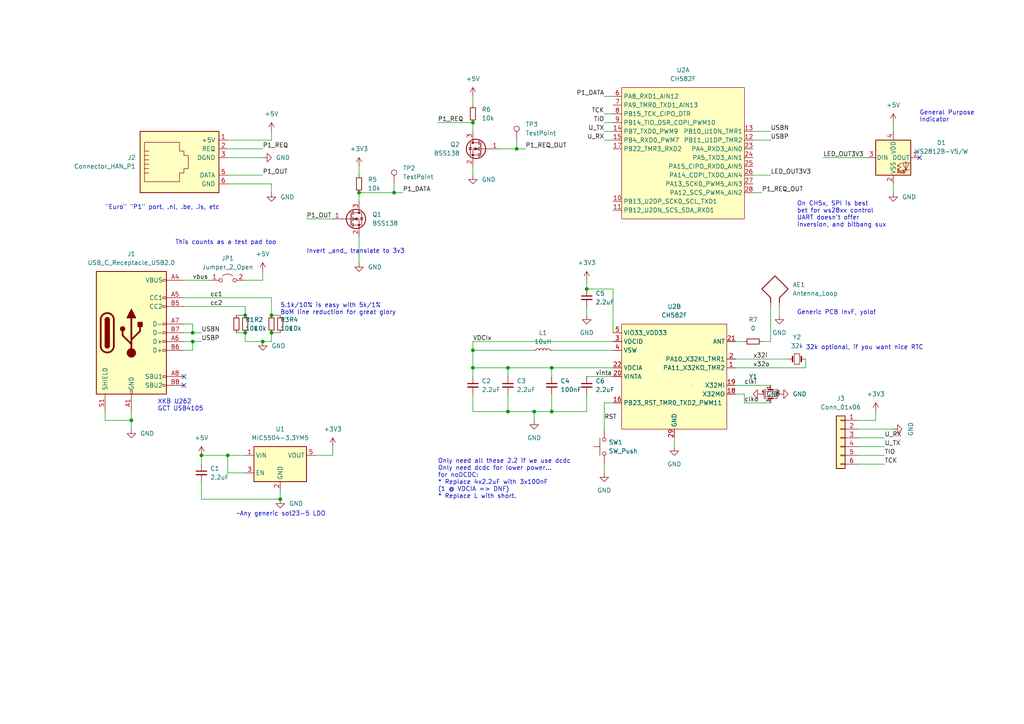
<source format=kicad_sch>
(kicad_sch (version 20211123) (generator eeschema)
  (paper "A4")
  (lib_symbols
    (symbol "Connector:TestPoint" (pin_numbers hide) (pin_names (offset 0.762) hide)
      (property "Reference" "TP" (at 0 6.858 0))
      (property "Value" "TestPoint" (at 0 5.08 0))
      (symbol "TestPoint_0_1"
        (circle (center 0 3.302) (radius 0.762))
      )
      (symbol "TestPoint_1_1"
        (pin passive line (at 0 0 90) (length 2.54) (name "1") (number "1"))
      )
    )
    (symbol "Connector:USB_C_Receptacle_USB2.0" (pin_names (offset 1.016))
      (property "Reference" "J" (at -10.16 19.05 0))
      (property "Value" "USB_C_Receptacle_USB2.0" (at 19.05 19.05 0))
      (symbol "USB_C_Receptacle_USB2.0_0_0"
        (rectangle (start -0.254 -17.78) (end 0.254 -16.764))
        (rectangle (start 10.16 -14.986) (end 9.144 -15.494))
        (rectangle (start 10.16 -12.446) (end 9.144 -12.954))
        (rectangle (start 10.16 -4.826) (end 9.144 -5.334))
        (rectangle (start 10.16 -2.286) (end 9.144 -2.794))
        (rectangle (start 10.16 0.254) (end 9.144 -0.254))
        (rectangle (start 10.16 2.794) (end 9.144 2.286))
        (rectangle (start 10.16 7.874) (end 9.144 7.366))
        (rectangle (start 10.16 10.414) (end 9.144 9.906))
        (rectangle (start 10.16 15.494) (end 9.144 14.986))
      )
      (symbol "USB_C_Receptacle_USB2.0_0_1"
        (rectangle (start -10.16 17.78) (end 10.16 -17.78) (stroke (width 0.254)) (fill (type background)))
        (arc (start -8.89 -3.81) (mid -6.985 -5.715) (end -5.08 -3.81) (stroke (width 0.508)))
        (arc (start -7.62 -3.81) (mid -6.985 -4.445) (end -6.35 -3.81) (stroke (width 0.254)))
        (arc (start -7.62 -3.81) (mid -6.985 -4.445) (end -6.35 -3.81) (stroke (width 0.254)) (fill (type outline)))
        (rectangle (start -7.62 -3.81) (end -6.35 3.81) (stroke (width 0.254)) (fill (type outline)))
        (arc (start -6.35 3.81) (mid -6.985 4.445) (end -7.62 3.81) (stroke (width 0.254)))
        (arc (start -6.35 3.81) (mid -6.985 4.445) (end -7.62 3.81) (stroke (width 0.254)) (fill (type outline)))
        (arc (start -5.08 3.81) (mid -6.985 5.715) (end -8.89 3.81) (stroke (width 0.508)))
        (circle (center -2.54 1.143) (radius 0.635) (stroke (width 0.254)) (fill (type outline)))
        (circle (center 0 -5.842) (radius 1.27) (fill (type outline)))
        (polyline (pts (xy -8.89 -3.81) (xy -8.89 3.81)) (stroke (width 0.508)))
        (polyline (pts (xy -5.08 3.81) (xy -5.08 -3.81)) (stroke (width 0.508)))
        (polyline (pts (xy 0 -5.842) (xy 0 4.318)) (stroke (width 0.508)))
        (polyline (pts (xy 0 -3.302) (xy -2.54 -0.762) (xy -2.54 0.508)) (stroke (width 0.508)))
        (polyline (pts (xy 0 -2.032) (xy 2.54 0.508) (xy 2.54 1.778)) (stroke (width 0.508)))
        (polyline (pts (xy -1.27 4.318) (xy 0 6.858) (xy 1.27 4.318) (xy -1.27 4.318)) (stroke (width 0.254)) (fill (type outline)))
        (rectangle (start 1.905 1.778) (end 3.175 3.048) (stroke (width 0.254)) (fill (type outline)))
      )
      (symbol "USB_C_Receptacle_USB2.0_1_1"
        (pin passive line (at 0 -22.86 90) (length 5.08) (name "GND") (number "A1"))
        (pin passive line (at 0 -22.86 90) (length 5.08) hide (name "GND") (number "A12"))
        (pin passive line (at 15.24 15.24 180) (length 5.08) (name "VBUS") (number "A4"))
        (pin bidirectional line (at 15.24 10.16 180) (length 5.08) (name "CC1") (number "A5"))
        (pin bidirectional line (at 15.24 -2.54 180) (length 5.08) (name "D+") (number "A6"))
        (pin bidirectional line (at 15.24 2.54 180) (length 5.08) (name "D-") (number "A7"))
        (pin bidirectional line (at 15.24 -12.7 180) (length 5.08) (name "SBU1") (number "A8"))
        (pin passive line (at 15.24 15.24 180) (length 5.08) hide (name "VBUS") (number "A9"))
        (pin passive line (at 0 -22.86 90) (length 5.08) hide (name "GND") (number "B1"))
        (pin passive line (at 0 -22.86 90) (length 5.08) hide (name "GND") (number "B12"))
        (pin passive line (at 15.24 15.24 180) (length 5.08) hide (name "VBUS") (number "B4"))
        (pin bidirectional line (at 15.24 7.62 180) (length 5.08) (name "CC2") (number "B5"))
        (pin bidirectional line (at 15.24 -5.08 180) (length 5.08) (name "D+") (number "B6"))
        (pin bidirectional line (at 15.24 0 180) (length 5.08) (name "D-") (number "B7"))
        (pin bidirectional line (at 15.24 -15.24 180) (length 5.08) (name "SBU2") (number "B8"))
        (pin passive line (at 15.24 15.24 180) (length 5.08) hide (name "VBUS") (number "B9"))
        (pin passive line (at -7.62 -22.86 90) (length 5.08) (name "SHIELD") (number "S1"))
      )
    )
    (symbol "Connector_Generic:Conn_01x06" (pin_names (offset 1.016) hide)
      (property "Reference" "J" (at 0 7.62 0))
      (property "Value" "Conn_01x06" (at 0 -10.16 0))
      (symbol "Conn_01x06_1_1"
        (rectangle (start -1.27 -7.493) (end 0 -7.747) (stroke (width 0.1524)))
        (rectangle (start -1.27 -4.953) (end 0 -5.207) (stroke (width 0.1524)))
        (rectangle (start -1.27 -2.413) (end 0 -2.667) (stroke (width 0.1524)))
        (rectangle (start -1.27 0.127) (end 0 -0.127) (stroke (width 0.1524)))
        (rectangle (start -1.27 2.667) (end 0 2.413) (stroke (width 0.1524)))
        (rectangle (start -1.27 5.207) (end 0 4.953) (stroke (width 0.1524)))
        (rectangle (start -1.27 6.35) (end 1.27 -8.89) (stroke (width 0.254)) (fill (type background)))
        (pin passive line (at -5.08 5.08 0) (length 3.81) (name "Pin_1") (number "1"))
        (pin passive line (at -5.08 2.54 0) (length 3.81) (name "Pin_2") (number "2"))
        (pin passive line (at -5.08 0 0) (length 3.81) (name "Pin_3") (number "3"))
        (pin passive line (at -5.08 -2.54 0) (length 3.81) (name "Pin_4") (number "4"))
        (pin passive line (at -5.08 -5.08 0) (length 3.81) (name "Pin_5") (number "5"))
        (pin passive line (at -5.08 -7.62 0) (length 3.81) (name "Pin_6") (number "6"))
      )
    )
    (symbol "Device:Antenna_Loop" (pin_numbers hide) (pin_names (offset 1.016) hide)
      (property "Reference" "AE" (at 1.27 6.35 0))
      (property "Value" "Antenna_Loop" (at 1.27 5.08 0))
      (symbol "Antenna_Loop_0_1"
        (polyline (pts (xy 2.54 -3.81) (xy 2.54 -2.54) (xy 5.08 0) (xy 1.27 3.81) (xy -2.54 0) (xy 0 -2.54) (xy 0 -3.81)) (stroke (width 0.254)))
      )
      (symbol "Antenna_Loop_1_1"
        (pin input line (at 0 -5.08 90) (length 2.54) (name "~") (number "1"))
        (pin input line (at 2.54 -5.08 90) (length 2.54) (name "~") (number "2"))
      )
    )
    (symbol "Device:C_Small" (pin_numbers hide) (pin_names (offset 0.254) hide)
      (property "Reference" "C" (at 0.254 1.778 0))
      (property "Value" "C_Small" (at 0.254 -2.032 0))
      (symbol "C_Small_0_1"
        (polyline (pts (xy -1.524 -0.508) (xy 1.524 -0.508)) (stroke (width 0.3302)))
        (polyline (pts (xy -1.524 0.508) (xy 1.524 0.508)) (stroke (width 0.3048)))
      )
      (symbol "C_Small_1_1"
        (pin passive line (at 0 2.54 270) (length 2.032) (name "~") (number "1"))
        (pin passive line (at 0 -2.54 90) (length 2.032) (name "~") (number "2"))
      )
    )
    (symbol "Device:Crystal_GND24_Small" (pin_names (offset 1.016) hide)
      (property "Reference" "Y" (at 1.27 4.445 0))
      (property "Value" "Crystal_GND24_Small" (at 1.27 2.54 0))
      (symbol "Crystal_GND24_Small_0_1"
        (rectangle (start -0.762 -1.524) (end 0.762 1.524))
        (polyline (pts (xy -1.27 -0.762) (xy -1.27 0.762)) (stroke (width 0.381)))
        (polyline (pts (xy 1.27 -0.762) (xy 1.27 0.762)) (stroke (width 0.381)))
        (polyline (pts (xy -1.27 -1.27) (xy -1.27 -1.905) (xy 1.27 -1.905) (xy 1.27 -1.27)))
        (polyline (pts (xy -1.27 1.27) (xy -1.27 1.905) (xy 1.27 1.905) (xy 1.27 1.27)))
      )
      (symbol "Crystal_GND24_Small_1_1"
        (pin passive line (at -2.54 0 0) (length 1.27) (name "1") (number "1"))
        (pin passive line (at 0 -2.54 90) (length 0.635) (name "2") (number "2"))
        (pin passive line (at 2.54 0 180) (length 1.27) (name "3") (number "3"))
        (pin passive line (at 0 2.54 270) (length 0.635) (name "4") (number "4"))
      )
    )
    (symbol "Device:Crystal_Small" (pin_numbers hide) (pin_names (offset 1.016) hide)
      (property "Reference" "Y" (at 0 2.54 0))
      (property "Value" "Crystal_Small" (at 0 -2.54 0))
      (symbol "Crystal_Small_0_1"
        (rectangle (start -0.762 -1.524) (end 0.762 1.524))
        (polyline (pts (xy -1.27 -0.762) (xy -1.27 0.762)) (stroke (width 0.381)))
        (polyline (pts (xy 1.27 -0.762) (xy 1.27 0.762)) (stroke (width 0.381)))
      )
      (symbol "Crystal_Small_1_1"
        (pin passive line (at -2.54 0 0) (length 1.27) (name "1") (number "1"))
        (pin passive line (at 2.54 0 180) (length 1.27) (name "2") (number "2"))
      )
    )
    (symbol "Device:L_Small" (pin_numbers hide) (pin_names (offset 0.254) hide)
      (property "Reference" "L" (at 0.762 1.016 0))
      (property "Value" "L_Small" (at 0.762 -1.016 0))
      (symbol "L_Small_0_1"
        (arc (start 0 -2.032) (mid 0.508 -1.524) (end 0 -1.016))
        (arc (start 0 -1.016) (mid 0.508 -0.508) (end 0 0))
        (arc (start 0 0) (mid 0.508 0.508) (end 0 1.016))
        (arc (start 0 1.016) (mid 0.508 1.524) (end 0 2.032))
      )
      (symbol "L_Small_1_1"
        (pin passive line (at 0 2.54 270) (length 0.508) (name "~") (number "1"))
        (pin passive line (at 0 -2.54 90) (length 0.508) (name "~") (number "2"))
      )
    )
    (symbol "Device:R_Small" (pin_numbers hide) (pin_names (offset 0.254) hide)
      (property "Reference" "R" (at 0.762 0.508 0))
      (property "Value" "R_Small" (at 0.762 -1.016 0))
      (symbol "R_Small_0_1"
        (rectangle (start -0.762 1.778) (end 0.762 -1.778) (stroke (width 0.2032)))
      )
      (symbol "R_Small_1_1"
        (pin passive line (at 0 2.54 270) (length 0.762) (name "~") (number "1"))
        (pin passive line (at 0 -2.54 90) (length 0.762) (name "~") (number "2"))
      )
    )
    (symbol "Jumper:Jumper_2_Open" (pin_names (offset 0) hide)
      (property "Reference" "JP" (at 0 2.794 0))
      (property "Value" "Jumper_2_Open" (at 0 -2.286 0))
      (symbol "Jumper_2_Open_0_0"
        (circle (center -2.032 0) (radius 0.508))
        (circle (center 2.032 0) (radius 0.508))
      )
      (symbol "Jumper_2_Open_0_1"
        (arc (start 1.524 1.27) (mid 0 1.778) (end -1.524 1.27))
      )
      (symbol "Jumper_2_Open_1_1"
        (pin passive line (at -5.08 0 0) (length 2.54) (name "A") (number "1"))
        (pin passive line (at 5.08 0 180) (length 2.54) (name "B") (number "2"))
      )
    )
    (symbol "LED:SK6812MINI" (pin_names (offset 0.254))
      (property "Reference" "D" (at 5.08 5.715 0))
      (property "Value" "SK6812MINI" (at 1.27 -5.715 0))
      (symbol "SK6812MINI_0_0"
        (text "RGB" (at 2.286 -4.191 0) (effects (font (size 0.762 0.762))))
      )
      (symbol "SK6812MINI_0_1"
        (polyline (pts (xy 1.27 -3.556) (xy 1.778 -3.556)))
        (polyline (pts (xy 1.27 -2.54) (xy 1.778 -2.54)))
        (polyline (pts (xy 4.699 -3.556) (xy 2.667 -3.556)))
        (polyline (pts (xy 2.286 -2.54) (xy 1.27 -3.556) (xy 1.27 -3.048)))
        (polyline (pts (xy 2.286 -1.524) (xy 1.27 -2.54) (xy 1.27 -2.032)))
        (polyline (pts (xy 3.683 -1.016) (xy 3.683 -3.556) (xy 3.683 -4.064)))
        (polyline (pts (xy 4.699 -1.524) (xy 2.667 -1.524) (xy 3.683 -3.556) (xy 4.699 -1.524)))
        (rectangle (start 5.08 5.08) (end -5.08 -5.08) (stroke (width 0.254)) (fill (type background)))
      )
      (symbol "SK6812MINI_1_1"
        (pin output line (at 7.62 0 180) (length 2.54) (name "DOUT") (number "1"))
        (pin power_in line (at 0 -7.62 90) (length 2.54) (name "VSS") (number "2"))
        (pin input line (at -7.62 0 0) (length 2.54) (name "DIN") (number "3"))
        (pin power_in line (at 0 7.62 270) (length 2.54) (name "VDD") (number "4"))
      )
    )
    (symbol "Regulator_Linear:MIC5504-3.3YM5"
      (property "Reference" "U" (at -7.62 8.89 0))
      (property "Value" "MIC5504-3.3YM5" (at -7.62 6.35 0))
      (symbol "MIC5504-3.3YM5_0_1"
        (rectangle (start -7.62 -5.08) (end 7.62 5.08) (stroke (width 0.254)) (fill (type background)))
      )
      (symbol "MIC5504-3.3YM5_1_1"
        (pin power_in line (at -10.16 2.54 0) (length 2.54) (name "VIN") (number "1"))
        (pin power_in line (at 0 -7.62 90) (length 2.54) (name "GND") (number "2"))
        (pin input line (at -10.16 -2.54 0) (length 2.54) (name "EN") (number "3"))
        (pin no_connect line (at 7.62 -2.54 180) (length 2.54) hide (name "NC") (number "4"))
        (pin power_out line (at 10.16 2.54 180) (length 2.54) (name "VOUT") (number "5"))
      )
    )
    (symbol "Switch:SW_Push" (pin_numbers hide) (pin_names (offset 1.016) hide)
      (property "Reference" "SW" (at 1.27 2.54 0))
      (property "Value" "SW_Push" (at 0 -1.524 0))
      (symbol "SW_Push_0_1"
        (circle (center -2.032 0) (radius 0.508))
        (polyline (pts (xy 0 1.27) (xy 0 3.048)))
        (polyline (pts (xy 2.54 1.27) (xy -2.54 1.27)))
        (circle (center 2.032 0) (radius 0.508))
        (pin passive line (at -5.08 0 0) (length 2.54) (name "1") (number "1"))
        (pin passive line (at 5.08 0 180) (length 2.54) (name "2") (number "2"))
      )
    )
    (symbol "Transistor_FET:BSS138" (pin_names hide)
      (property "Reference" "Q" (at 5.08 1.905 0))
      (property "Value" "BSS138" (at 5.08 0 0))
      (symbol "BSS138_0_1"
        (polyline (pts (xy 0.254 0) (xy -2.54 0)))
        (polyline (pts (xy 0.254 1.905) (xy 0.254 -1.905)) (stroke (width 0.254)))
        (polyline (pts (xy 0.762 -1.27) (xy 0.762 -2.286)) (stroke (width 0.254)))
        (polyline (pts (xy 0.762 0.508) (xy 0.762 -0.508)) (stroke (width 0.254)))
        (polyline (pts (xy 0.762 2.286) (xy 0.762 1.27)) (stroke (width 0.254)))
        (polyline (pts (xy 2.54 2.54) (xy 2.54 1.778)))
        (polyline (pts (xy 2.54 -2.54) (xy 2.54 0) (xy 0.762 0)))
        (polyline (pts (xy 0.762 -1.778) (xy 3.302 -1.778) (xy 3.302 1.778) (xy 0.762 1.778)))
        (polyline (pts (xy 1.016 0) (xy 2.032 0.381) (xy 2.032 -0.381) (xy 1.016 0)) (fill (type outline)))
        (polyline (pts (xy 2.794 0.508) (xy 2.921 0.381) (xy 3.683 0.381) (xy 3.81 0.254)))
        (polyline (pts (xy 3.302 0.381) (xy 2.921 -0.254) (xy 3.683 -0.254) (xy 3.302 0.381)))
        (circle (center 1.651 0) (radius 2.794) (stroke (width 0.254)))
        (circle (center 2.54 -1.778) (radius 0.254) (fill (type outline)))
        (circle (center 2.54 1.778) (radius 0.254) (fill (type outline)))
      )
      (symbol "BSS138_1_1"
        (pin input line (at -5.08 0 0) (length 2.54) (name "G") (number "1"))
        (pin passive line (at 2.54 -5.08 90) (length 2.54) (name "S") (number "2"))
        (pin passive line (at 2.54 5.08 270) (length 2.54) (name "D") (number "3"))
      )
    )
    (symbol "karl-parts:Connector_HAN_P1" (pin_names (offset 1.016))
      (property "Reference" "J1" (at -8.89 0.0001 0))
      (property "Value" "Connector_HAN_P1" (at -8.89 -2.5399 0))
      (symbol "Connector_HAN_P1_0_1"
        (rectangle (start -7.62 10.16) (end 15.24 -7.62) (stroke (width 0.254)) (fill (type background)))
        (polyline (pts (xy -6.35 -1.905) (xy -5.08 -1.905) (xy -5.08 -1.905)))
        (polyline (pts (xy -6.35 -0.635) (xy -5.08 -0.635) (xy -5.08 -0.635)))
        (polyline (pts (xy -6.35 0.635) (xy -5.08 0.635) (xy -5.08 0.635)))
        (polyline (pts (xy -6.35 1.905) (xy -5.08 1.905) (xy -5.08 1.905)))
        (polyline (pts (xy -6.35 3.175) (xy -5.08 3.175) (xy -5.08 3.175)))
        (polyline (pts (xy -5.08 4.445) (xy -6.35 4.445) (xy -6.35 4.445)))
        (polyline (pts (xy -6.35 -4.445) (xy -6.35 6.985) (xy 3.81 6.985) (xy 3.81 4.445) (xy 5.08 4.445) (xy 5.08 3.175) (xy 6.35 3.175) (xy 6.35 -0.635) (xy 5.08 -0.635) (xy 5.08 -1.905) (xy 3.81 -1.905) (xy 3.81 -4.445) (xy -6.35 -4.445) (xy -6.35 -4.445)))
      )
      (symbol "Connector_HAN_P1_1_1"
        (pin power_out line (at 17.78 -5.08 180) (length 2.54) (name "+5V") (number "1"))
        (pin input line (at 17.78 -2.54 180) (length 2.54) (name "REQ") (number "2"))
        (pin passive line (at 17.78 0 180) (length 2.54) (name "DGND") (number "3"))
        (pin no_connect line (at 17.78 2.54 180) (length 2.54) hide (name "~") (number "4"))
        (pin output line (at 17.78 5.08 180) (length 2.54) (name "DATA") (number "5"))
        (pin power_out line (at 17.78 7.62 180) (length 2.54) (name "GND") (number "6"))
      )
    )
    (symbol "power:+3V3" (power) (pin_names (offset 0))
      (property "Value" "+3V3" (at 0 3.556 0))
      (symbol "+3V3_0_1"
        (polyline (pts (xy -0.762 1.27) (xy 0 2.54)))
        (polyline (pts (xy 0 0) (xy 0 2.54)))
        (polyline (pts (xy 0 2.54) (xy 0.762 1.27)))
      )
      (symbol "+3V3_1_1"
        (pin power_in line (at 0 0 90) (length 0) hide (name "+3V3") (number "1"))
      )
    )
    (symbol "power:+5V" (power) (pin_names (offset 0))
      (property "Value" "+5V" (at 0 3.556 0))
      (symbol "+5V_0_1"
        (polyline (pts (xy -0.762 1.27) (xy 0 2.54)))
        (polyline (pts (xy 0 0) (xy 0 2.54)))
        (polyline (pts (xy 0 2.54) (xy 0.762 1.27)))
      )
      (symbol "+5V_1_1"
        (pin power_in line (at 0 0 90) (length 0) hide (name "+5V") (number "1"))
      )
    )
    (symbol "power:GND" (power) (pin_names (offset 0))
      (property "Value" "GND" (at 0 -3.81 0))
      (symbol "GND_0_1"
        (polyline (pts (xy 0 0) (xy 0 -1.27) (xy 1.27 -1.27) (xy 0 -2.54) (xy -1.27 -1.27) (xy 0 -1.27)))
      )
      (symbol "GND_1_1"
        (pin power_in line (at 0 0 270) (length 0) hide (name "GND") (number "1"))
      )
    )
    (symbol "wch-bluetooth:CH582F"
      (property "Reference" "U" (at -15.24 15.24 0))
      (property "Value" "CH582F" (at 7.62 15.24 0))
      (symbol "CH582F_1_0"
        (pin bidirectional line (at -20.32 -20.32 0) (length 2.54) (name "PB13_U2DP_SCK0_SCL_TXD1") (number "10"))
        (pin bidirectional line (at -20.32 -22.86 0) (length 2.54) (name "PB12_U2DN_SCS_SDA_RXD1") (number "11"))
        (pin bidirectional line (at 20.32 -2.54 180) (length 2.54) (name "PB11_U1DP_TMR2") (number "12"))
        (pin bidirectional line (at 20.32 0 180) (length 2.54) (name "PB10_U1DN_TMR1") (number "13"))
        (pin bidirectional line (at -20.32 0 0) (length 2.54) (name "PB7_TXD0_PWM9") (number "14"))
        (pin bidirectional line (at -20.32 -2.54 0) (length 2.54) (name "PB4_RXD0_PWM7") (number "15"))
        (pin bidirectional line (at -20.32 -5.08 0) (length 2.54) (name "PB22_TMR3_RXD2") (number "17"))
        (pin bidirectional line (at 20.32 -5.08 180) (length 2.54) (name "PA4_RXD3_AIN0") (number "23"))
        (pin bidirectional line (at 20.32 -7.62 180) (length 2.54) (name "PA5_TXD3_AIN1") (number "24"))
        (pin bidirectional line (at 20.32 -10.16 180) (length 2.54) (name "PA15_CIPO_RXD0_AIN5") (number "25"))
        (pin bidirectional line (at 20.32 -12.7 180) (length 2.54) (name "PA14_COPI_TXDO_AIN4") (number "26"))
        (pin bidirectional line (at 20.32 -15.24 180) (length 2.54) (name "PA13_SCK0_PWM5_AIN3") (number "27"))
        (pin bidirectional line (at 20.32 -17.78 180) (length 2.54) (name "PA12_SCS_PWM4_AIN2") (number "28"))
        (pin bidirectional line (at -20.32 10.16 0) (length 2.54) (name "PA8_RXD1_AIN12") (number "6"))
        (pin bidirectional line (at -20.32 7.62 0) (length 2.54) (name "PA9_TMR0_TXD1_AIN13") (number "7"))
        (pin bidirectional line (at -20.32 5.08 0) (length 2.54) (name "PB15_TCK_CIPO_DTR") (number "8"))
        (pin bidirectional line (at -20.32 2.54 0) (length 2.54) (name "PB14_TIO_DSR_COPI_PWM10") (number "9"))
      )
      (symbol "CH582F_1_1"
        (rectangle (start -17.78 12.7) (end 17.78 -25.4) (stroke (width 0.1524)) (fill (type background)))
        (rectangle (start 5.08 -5.08) (end 5.08 -5.08) (stroke (width 0.1524)))
        (rectangle (start 5.08 -5.08) (end 5.08 -5.08) (stroke (width 0.1524)))
        (rectangle (start 5.08 -5.08) (end 5.08 -5.08) (stroke (width 0.1524)))
        (rectangle (start 5.08 -5.08) (end 5.08 -5.08) (stroke (width 0.1524)))
      )
      (symbol "CH582F_2_0"
        (pin bidirectional line (at 17.78 0 180) (length 2.54) (name "PA11_X32KO_TMR2") (number "1"))
        (pin bidirectional line (at -17.78 -10.16 0) (length 2.54) (name "PB23_RST_TMR0_TXD2_PWM11") (number "16"))
        (pin bidirectional line (at 17.78 -7.62 180) (length 2.54) (name "X32MO") (number "18"))
        (pin bidirectional line (at 17.78 -5.08 180) (length 2.54) (name "X32MI") (number "19"))
        (pin bidirectional line (at 17.78 2.54 180) (length 2.54) (name "PA10_X32KI_TMR1") (number "2"))
        (pin bidirectional line (at -17.78 -2.54 0) (length 2.54) (name "VINTA") (number "20"))
        (pin bidirectional line (at 17.78 7.62 180) (length 2.54) (name "ANT") (number "21"))
        (pin bidirectional line (at -17.78 0 0) (length 2.54) (name "VDCIA") (number "22"))
        (pin power_in line (at 0 -20.32 90) (length 2.54) (name "GND") (number "29"))
        (pin bidirectional line (at -17.78 7.62 0) (length 2.54) (name "VDCID") (number "3"))
        (pin bidirectional line (at -17.78 5.08 0) (length 2.54) (name "VSW") (number "4"))
        (pin bidirectional line (at -17.78 10.16 0) (length 2.54) (name "VIO33_VDD33") (number "5"))
      )
      (symbol "CH582F_2_1"
        (rectangle (start -15.24 12.7) (end 15.24 -17.78) (stroke (width 0.1524)) (fill (type background)))
        (rectangle (start 5.08 -5.08) (end 5.08 -5.08) (stroke (width 0.1524)))
        (rectangle (start 5.08 -5.08) (end 5.08 -5.08) (stroke (width 0.1524)))
      )
    )
  )
  (junction (at 55.88 96.52))
  (junction (at 71.12 96.52))
  (junction (at 78.74 91.44))
  (junction (at 137.16 106.68))
  (junction (at 147.32 106.68))
  (junction (at 160.02 119.38))
  (junction (at 71.12 91.44))
  (junction (at 154.94 119.38))
  (junction (at 149.86 43.18))
  (junction (at 55.88 99.06))
  (junction (at 58.42 132.08))
  (junction (at 114.3 55.88))
  (junction (at 137.16 35.56))
  (junction (at 66.04 132.08))
  (junction (at 81.28 144.78))
  (junction (at 170.18 83.82))
  (junction (at 147.32 119.38))
  (junction (at 78.74 96.52))
  (junction (at 104.14 55.88))
  (junction (at 38.1 121.92))
  (junction (at 160.02 106.68))
  (junction (at 76.2 99.06))
  (junction (at 137.16 101.6))
  (no_connect (at 266.7 45.72))
  (no_connect (at 53.34 111.76))
  (no_connect (at 53.34 109.22))
  (wire (pts (xy 147.32 119.38) (xy 154.94 119.38)))
  (wire (pts (xy 78.74 96.52) (xy 78.74 99.06)))
  (wire (pts (xy 96.52 132.08) (xy 96.52 129.54)))
  (wire (pts (xy 160.02 119.38) (xy 154.94 119.38)))
  (wire (pts (xy 104.14 55.88) (xy 114.3 55.88)))
  (wire (pts (xy 175.26 116.84) (xy 175.26 124.46)))
  (wire (pts (xy 104.14 48.26) (xy 104.14 50.8)))
  (wire (pts (xy 177.8 27.94) (xy 175.26 27.94)))
  (wire (pts (xy 58.42 144.78) (xy 81.28 144.78)))
  (wire (pts (xy 160.02 114.3) (xy 160.02 119.38)))
  (wire (pts (xy 248.92 127) (xy 256.54 127)))
  (wire (pts (xy 76.2 99.06) (xy 78.74 99.06)))
  (wire (pts (xy 170.18 109.22) (xy 177.8 109.22)))
  (wire (pts (xy 137.16 119.38) (xy 147.32 119.38)))
  (wire (pts (xy 248.92 121.92) (xy 254 121.92)))
  (wire (pts (xy 53.34 96.52) (xy 55.88 96.52)))
  (wire (pts (xy 38.1 121.92) (xy 38.1 124.46)))
  (wire (pts (xy 137.16 35.56) (xy 137.16 38.1)))
  (wire (pts (xy 137.16 106.68) (xy 137.16 109.22)))
  (wire (pts (xy 175.26 33.02) (xy 177.8 33.02)))
  (wire (pts (xy 248.92 134.62) (xy 256.54 134.62)))
  (wire (pts (xy 71.12 96.52) (xy 71.12 99.06)))
  (wire (pts (xy 66.04 53.34) (xy 78.74 53.34)))
  (wire (pts (xy 177.8 116.84) (xy 175.26 116.84)))
  (wire (pts (xy 53.34 88.9) (xy 71.12 88.9)))
  (wire (pts (xy 213.36 106.68) (xy 233.68 106.68)))
  (wire (pts (xy 88.9 63.5) (xy 96.52 63.5)))
  (wire (pts (xy 175.26 134.62) (xy 175.26 137.16)))
  (wire (pts (xy 170.18 83.82) (xy 170.18 81.28)))
  (wire (pts (xy 137.16 99.06) (xy 137.16 101.6)))
  (wire (pts (xy 195.58 127) (xy 195.58 129.54)))
  (wire (pts (xy 137.16 101.6) (xy 154.94 101.6)))
  (wire (pts (xy 78.74 96.52) (xy 81.28 96.52)))
  (wire (pts (xy 78.74 55.88) (xy 78.74 53.34)))
  (wire (pts (xy 154.94 119.38) (xy 154.94 121.92)))
  (wire (pts (xy 68.58 96.52) (xy 71.12 96.52)))
  (wire (pts (xy 144.78 43.18) (xy 149.86 43.18)))
  (wire (pts (xy 71.12 132.08) (xy 66.04 132.08)))
  (wire (pts (xy 68.58 91.44) (xy 71.12 91.44)))
  (wire (pts (xy 104.14 68.58) (xy 104.14 76.2)))
  (wire (pts (xy 170.18 114.3) (xy 170.18 119.38)))
  (wire (pts (xy 66.04 40.64) (xy 78.74 40.64)))
  (wire (pts (xy 137.16 27.94) (xy 137.16 30.48)))
  (wire (pts (xy 66.04 137.16) (xy 66.04 132.08)))
  (wire (pts (xy 218.44 40.64) (xy 223.52 40.64)))
  (wire (pts (xy 220.98 55.88) (xy 218.44 55.88)))
  (wire (pts (xy 147.32 114.3) (xy 147.32 119.38)))
  (wire (pts (xy 137.16 114.3) (xy 137.16 119.38)))
  (wire (pts (xy 114.3 53.34) (xy 114.3 55.88)))
  (wire (pts (xy 223.52 88.9) (xy 223.52 99.06)))
  (wire (pts (xy 218.44 50.8) (xy 223.52 50.8)))
  (wire (pts (xy 55.88 101.6) (xy 55.88 99.06)))
  (wire (pts (xy 137.16 106.68) (xy 147.32 106.68)))
  (wire (pts (xy 137.16 48.26) (xy 137.16 50.8)))
  (wire (pts (xy 71.12 99.06) (xy 76.2 99.06)))
  (wire (pts (xy 175.26 35.56) (xy 177.8 35.56)))
  (wire (pts (xy 137.16 101.6) (xy 137.16 106.68)))
  (wire (pts (xy 71.12 88.9) (xy 71.12 91.44)))
  (wire (pts (xy 218.44 38.1) (xy 223.52 38.1)))
  (wire (pts (xy 58.42 139.7) (xy 58.42 144.78)))
  (wire (pts (xy 147.32 106.68) (xy 147.32 109.22)))
  (wire (pts (xy 160.02 106.68) (xy 160.02 109.22)))
  (wire (pts (xy 91.44 132.08) (xy 96.52 132.08)))
  (wire (pts (xy 177.8 40.64) (xy 175.26 40.64)))
  (wire (pts (xy 38.1 121.92) (xy 38.1 119.38)))
  (wire (pts (xy 177.8 96.52) (xy 177.8 83.82)))
  (wire (pts (xy 223.52 99.06) (xy 220.98 99.06)))
  (wire (pts (xy 78.74 91.44) (xy 81.28 91.44)))
  (wire (pts (xy 71.12 137.16) (xy 66.04 137.16)))
  (wire (pts (xy 71.12 81.28) (xy 76.2 81.28)))
  (wire (pts (xy 66.04 50.8) (xy 76.2 50.8)))
  (wire (pts (xy 53.34 99.06) (xy 55.88 99.06)))
  (wire (pts (xy 137.16 99.06) (xy 177.8 99.06)))
  (wire (pts (xy 254 121.92) (xy 254 119.38)))
  (wire (pts (xy 114.3 55.88) (xy 116.84 55.88)))
  (wire (pts (xy 170.18 88.9) (xy 170.18 91.44)))
  (wire (pts (xy 76.2 81.28) (xy 76.2 78.74)))
  (wire (pts (xy 55.88 93.98) (xy 55.88 96.52)))
  (wire (pts (xy 248.92 132.08) (xy 256.54 132.08)))
  (wire (pts (xy 160.02 101.6) (xy 177.8 101.6)))
  (wire (pts (xy 30.48 119.38) (xy 30.48 121.92)))
  (wire (pts (xy 53.34 93.98) (xy 55.88 93.98)))
  (wire (pts (xy 66.04 43.18) (xy 76.2 43.18)))
  (wire (pts (xy 127 35.56) (xy 137.16 35.56)))
  (wire (pts (xy 53.34 86.36) (xy 78.74 86.36)))
  (wire (pts (xy 215.9 116.84) (xy 223.52 116.84)))
  (wire (pts (xy 238.76 45.72) (xy 251.46 45.72)))
  (wire (pts (xy 248.92 129.54) (xy 256.54 129.54)))
  (wire (pts (xy 55.88 99.06) (xy 58.42 99.06)))
  (wire (pts (xy 226.06 88.9) (xy 226.06 91.44)))
  (wire (pts (xy 104.14 58.42) (xy 104.14 55.88)))
  (wire (pts (xy 248.92 124.46) (xy 259.08 124.46)))
  (wire (pts (xy 170.18 83.82) (xy 177.8 83.82)))
  (wire (pts (xy 30.48 121.92) (xy 38.1 121.92)))
  (wire (pts (xy 78.74 40.64) (xy 78.74 38.1)))
  (wire (pts (xy 160.02 106.68) (xy 177.8 106.68)))
  (wire (pts (xy 233.68 106.68) (xy 233.68 104.14)))
  (wire (pts (xy 170.18 119.38) (xy 160.02 119.38)))
  (wire (pts (xy 259.08 53.34) (xy 259.08 55.88)))
  (wire (pts (xy 215.9 99.06) (xy 213.36 99.06)))
  (wire (pts (xy 58.42 134.62) (xy 58.42 132.08)))
  (wire (pts (xy 147.32 106.68) (xy 160.02 106.68)))
  (wire (pts (xy 55.88 96.52) (xy 58.42 96.52)))
  (wire (pts (xy 213.36 111.76) (xy 223.52 111.76)))
  (wire (pts (xy 66.04 45.72) (xy 76.2 45.72)))
  (wire (pts (xy 53.34 101.6) (xy 55.88 101.6)))
  (wire (pts (xy 66.04 132.08) (xy 58.42 132.08)))
  (wire (pts (xy 149.86 43.18) (xy 152.4 43.18)))
  (wire (pts (xy 213.36 104.14) (xy 228.6 104.14)))
  (wire (pts (xy 215.9 114.3) (xy 215.9 116.84)))
  (wire (pts (xy 177.8 38.1) (xy 175.26 38.1)))
  (wire (pts (xy 213.36 114.3) (xy 215.9 114.3)))
  (wire (pts (xy 81.28 142.24) (xy 81.28 144.78)))
  (wire (pts (xy 53.34 81.28) (xy 60.96 81.28)))
  (wire (pts (xy 149.86 40.64) (xy 149.86 43.18)))
  (wire (pts (xy 78.74 86.36) (xy 78.74 91.44)))
  (wire (pts (xy 259.08 35.56) (xy 259.08 38.1)))
  (text "32k optional, if you want nice RTC" (at 233.68 101.6 0) (effects (font (size 1.27 1.27)) (justify left bottom)))
  (text "Invert _and_ translate to 3v3" (at 88.9 73.66 0) (effects (font (size 1.27 1.27)) (justify left bottom)))
  (text "~Any generic sot23-5 LDO" (at 68.58 149.86 0) (effects (font (size 1.27 1.27)) (justify left bottom)))
  (text "This counts as a test pad too" (at 50.8 71.12 0) (effects (font (size 1.27 1.27)) (justify left bottom)))
  (text "5.1k/10% is easy with 5k/1%\nBoM line reduction for great glory" (at 81.28 91.44 0) (effects (font (size 1.27 1.27)) (justify left bottom)))
  (text "\"Euro\" \"P1\" port, .nl, .be, .is, etc" (at 30.48 60.96 0) (effects (font (size 1.27 1.27)) (justify left bottom)))
  (text "XKB U262\nGCT USB4105	" (at 45.72 119.38 0) (effects (font (size 1.27 1.27)) (justify left bottom)))
  (text "General Purpose\nIndicator" (at 266.7 35.56 0) (effects (font (size 1.27 1.27)) (justify left bottom)))
  (text "On CH5x, SPI is best\nbet for ws28xx control\nUART doesn't offer\ninversion, and bitbang sux" (at 231.14 66.04 0) (effects (font (size 1.27 1.27)) (justify left bottom)))
  (text "Only need all these 2.2 if we use dcdc\nOnly need dcdc for lower power...\nfor noDCDC:\n* Replace 4x2.2uF with 3x100nF\n(1 @ VDCIA => DNF)\n* Replace L with short." (at 127 144.78 0) (effects (font (size 1.27 1.27)) (justify left bottom)))
  (text "Generic PCB InvF, yolo!" (at 231.14 91.44 0) (effects (font (size 1.27 1.27)) (justify left bottom)))
  (label "TCK" (at 256.54 134.62 0))
  (label "USBP" (at 223.52 40.64 0))
  (label "x32i" (at 218.44 104.14 0))
  (label "TIO" (at 175.26 35.56 180))
  (label "TIO" (at 256.54 132.08 0))
  (label "P1_DATA" (at 116.84 55.88 0))
  (label "VDCIx" (at 137.16 99.06 0))
  (label "P1_OUT" (at 88.9 63.5 0))
  (label "P1_REQ" (at 76.2 43.18 0))
  (label "P1_REQ_OUT" (at 152.4 43.18 0))
  (label "P1_OUT" (at 76.2 50.8 0))
  (label "clko" (at 215.9 116.84 0))
  (label "cc2" (at 60.96 88.9 0))
  (label "U_RX" (at 175.26 40.64 180))
  (label "clki" (at 215.9 111.76 0))
  (label "LED_OUT3V3" (at 238.76 45.72 0))
  (label "P1_DATA" (at 175.26 27.94 180))
  (label "vbus" (at 55.88 81.28 0))
  (label "vinta" (at 172.72 109.22 0))
  (label "P1_REQ_OUT" (at 220.98 55.88 0))
  (label "U_RX" (at 256.54 127 0))
  (label "USBN" (at 223.52 38.1 0))
  (label "U_TX" (at 256.54 129.54 0))
  (label "TCK" (at 175.26 33.02 180))
  (label "U_TX" (at 175.26 38.1 180))
  (label "USBN" (at 58.42 96.52 0))
  (label "cc1" (at 60.96 86.36 0))
  (label "P1_REQ" (at 127 35.56 0))
  (label "RST" (at 175.26 121.92 0))
  (label "USBP" (at 58.42 99.06 0))
  (label "LED_OUT3V3" (at 223.52 50.8 0))
  (label "x32o" (at 218.44 106.68 0))
  (symbol (lib_id "Device:C_Small") (at 58.42 137.16 0) (unit 1)
    (property "Reference" "C1" (at 60.96 135.8962 0) (effects (justify left)))
    (property "Value" "2.2uF" (at 60.96 138.4362 0) (effects (justify left)))
    (property "Footprint" "Capacitor_SMD:C_0603_1608Metric" (effects hide))
    (property "MPN" "CL10A225KO8NNNC" (effects hide))
    (property "lcsc#" "C23630" (effects hide))
  )
  (symbol (lib_id "Device:R_Small") (at 71.12 93.98 180) (unit 1)
    (property "Reference" "R2" (at 73.66 92.7099 0) (effects (justify right)))
    (property "Value" "10k" (at 73.66 95.2499 0) (effects (justify right)))
    (property "Footprint" "Resistor_SMD:R_0603_1608Metric" (effects hide))
    (property "MPN" "0603WAF1002T5E" (effects hide))
    (property "lcsc#" "C25804" (effects hide))
  )
  (symbol (lib_id "power:GND") (at 170.18 91.44 0) (unit 1)
    (property "Reference" "#PWR016" (effects hide))
    (property "Value" "GND" (at 170.18 96.52 0))
  )
  (symbol (lib_id "power:+3V3") (at 104.14 48.26 0) (unit 1)
    (property "Reference" "#PWR010" (effects hide))
    (property "Value" "+3V3" (at 104.14 43.18 0))
  )
  (symbol (lib_id "Device:Crystal_Small") (at 231.14 104.14 0) (unit 1)
    (property "Reference" "Y2" (at 231.14 97.79 0))
    (property "Value" "32k" (at 231.14 100.33 0))
    (property "Footprint" "Crystal:Crystal_SMD_3215-2Pin_3.2x1.5mm" (effects hide))
    (property "MPN" "Q13FC1350000400" (effects hide))
    (property "lcsc#" "C271654" (effects hide))
  )
  (symbol (lib_id "Device:R_Small") (at 81.28 93.98 180) (unit 1)
    (property "Reference" "R4" (at 83.82 92.7099 0) (effects (justify right)))
    (property "Value" "10k" (at 83.82 95.2499 0) (effects (justify right)))
    (property "Footprint" "Resistor_SMD:R_0603_1608Metric" (effects hide))
    (property "MPN" "0603WAF1002T5E" (effects hide))
    (property "lcsc#" "C25804" (effects hide))
  )
  (symbol (lib_id "Device:C_Small") (at 160.02 111.76 0) (unit 1)
    (property "Reference" "C4" (at 162.56 110.4962 0) (effects (justify left)))
    (property "Value" "100nF" (at 162.56 113.0362 0) (effects (justify left)))
    (property "Footprint" "Capacitor_SMD:C_0603_1608Metric" (effects hide))
    (property "MPN" "CC0603KRX7R9BB104" (effects hide))
    (property "lcsc#" "C14663" (effects hide))
  )
  (symbol (lib_id "Connector:TestPoint") (at 114.3 53.34 0) (unit 1)
    (property "Reference" "TP2" (at 116.84 48.7679 0) (effects (justify left)))
    (property "Value" "TestPoint" (at 116.84 51.3079 0) (effects (justify left)))
    (property "Footprint" "TestPoint:TestPoint_Pad_1.0x1.0mm" (effects hide))
  )
  (symbol (lib_id "Connector:TestPoint") (at 149.86 40.64 0) (unit 1)
    (property "Reference" "TP3" (at 152.4 36.0679 0) (effects (justify left)))
    (property "Value" "TestPoint" (at 152.4 38.6079 0) (effects (justify left)))
    (property "Footprint" "TestPoint:TestPoint_Pad_1.0x1.0mm" (effects hide))
  )
  (symbol (lib_id "Device:C_Small") (at 147.32 111.76 0) (unit 1)
    (property "Reference" "C3" (at 149.86 110.4962 0) (effects (justify left)))
    (property "Value" "2.2uF" (at 149.86 113.0362 0) (effects (justify left)))
    (property "Footprint" "Capacitor_SMD:C_0603_1608Metric" (effects hide))
    (property "MPN" "CL10A225KO8NNNC" (effects hide))
    (property "lcsc#" "C23630" (effects hide))
  )
  (symbol (lib_id "Transistor_FET:BSS138") (at 139.7 43.18 0) (mirror y) (unit 1)
    (property "Reference" "Q2" (at 133.35 41.9099 0) (effects (justify left)))
    (property "Value" "BSS138" (at 133.35 44.4499 0) (effects (justify left)))
    (property "Footprint" "Package_TO_SOT_SMD:SOT-23" (effects hide))
    (property "Datasheet" "https://www.onsemi.com/pub/Collateral/BSS138-D.PDF" (effects hide))
    (property "MPN" "AP2302B" (effects hide))
    (property "lcsc#" "C406812" (effects hide))
  )
  (symbol (lib_id "power:GND") (at 81.28 144.78 0) (unit 1)
    (property "Reference" "#PWR08" (effects hide))
    (property "Value" "GND" (at 83.82 146.0499 0) (effects (justify left)))
  )
  (symbol (lib_id "power:GND") (at 220.98 114.3 270) (unit 1)
    (property "Reference" "#PWR019" (effects hide))
    (property "Value" "GND" (at 222.25 114.2999 90) (effects (justify left)))
  )
  (symbol (lib_id "Jumper:Jumper_2_Open") (at 66.04 81.28 0) (unit 1)
    (property "Reference" "JP1" (at 66.04 74.93 0))
    (property "Value" "Jumper_2_Open" (at 66.04 77.47 0))
    (property "Footprint" "Connector_PinHeader_2.54mm:PinHeader_2x01_P2.54mm_Vertical" (effects hide))
  )
  (symbol (lib_id "power:GND") (at 175.26 137.16 0) (unit 1)
    (property "Reference" "#PWR017" (effects hide))
    (property "Value" "GND" (at 175.26 142.24 0))
  )
  (symbol (lib_id "power:GND") (at 137.16 50.8 0) (unit 1)
    (property "Reference" "#PWR013" (effects hide))
    (property "Value" "GND" (at 139.7 52.0699 0) (effects (justify left)))
  )
  (symbol (lib_id "power:+3V3") (at 254 119.38 0) (unit 1)
    (property "Reference" "#PWR022" (effects hide))
    (property "Value" "+3V3" (at 254 114.3 0))
  )
  (symbol (lib_id "power:+5V") (at 259.08 35.56 0) (unit 1)
    (property "Reference" "#PWR023" (effects hide))
    (property "Value" "+5V" (at 259.08 30.48 0))
  )
  (symbol (lib_id "power:GND") (at 226.06 114.3 90) (unit 1)
    (property "Reference" "#PWR021" (effects hide))
    (property "Value" "GND" (at 229.87 114.2999 90) (effects (justify right)))
  )
  (symbol (lib_id "Device:R_Small") (at 104.14 53.34 180) (unit 1)
    (property "Reference" "R5" (at 106.68 52.0699 0) (effects (justify right)))
    (property "Value" "10k" (at 106.68 54.6099 0) (effects (justify right)))
    (property "Footprint" "Resistor_SMD:R_0603_1608Metric" (effects hide))
    (property "MPN" "0603WAF1002T5E" (effects hide))
    (property "lcsc#" "C25804" (effects hide))
  )
  (symbol (lib_id "Device:C_Small") (at 170.18 86.36 0) (unit 1)
    (property "Reference" "C5" (at 172.72 85.0962 0) (effects (justify left)))
    (property "Value" "2.2uF" (at 172.72 87.6362 0) (effects (justify left)))
    (property "Footprint" "Capacitor_SMD:C_0603_1608Metric" (effects hide))
    (property "MPN" "CL10A225KO8NNNC" (effects hide))
    (property "lcsc#" "C23630" (effects hide))
  )
  (symbol (lib_id "power:+3V3") (at 96.52 129.54 0) (unit 1)
    (property "Reference" "#PWR09" (effects hide))
    (property "Value" "+3V3" (at 96.52 124.46 0))
  )
  (symbol (lib_id "power:GND") (at 104.14 76.2 0) (unit 1)
    (property "Reference" "#PWR011" (effects hide))
    (property "Value" "GND" (at 106.68 77.4699 0) (effects (justify left)))
  )
  (symbol (lib_id "power:+5V") (at 58.42 132.08 0) (unit 1)
    (property "Reference" "#PWR02" (effects hide))
    (property "Value" "+5V" (at 58.42 127 0))
  )
  (symbol (lib_id "power:GND") (at 38.1 124.46 0) (unit 1)
    (property "Reference" "#PWR01" (effects hide))
    (property "Value" "GND" (at 40.64 125.7299 0) (effects (justify left)))
  )
  (symbol (lib_id "power:GND") (at 259.08 124.46 90) (unit 1)
    (property "Reference" "#PWR025" (effects hide))
    (property "Value" "GND" (at 264.16 124.46 0))
  )
  (symbol (lib_id "power:GND") (at 78.74 55.88 0) (unit 1)
    (property "Reference" "#PWR07" (effects hide))
    (property "Value" "GND" (at 81.28 57.1499 0) (effects (justify left)))
  )
  (symbol (lib_id "power:GND") (at 195.58 129.54 0) (unit 1)
    (property "Reference" "#PWR018" (effects hide))
    (property "Value" "GND" (at 195.58 134.62 0))
  )
  (symbol (lib_id "Device:Crystal_GND24_Small") (at 223.52 114.3 90) (mirror x) (unit 1)
    (property "Reference" "Y1" (at 218.44 109.22 90))
    (property "Value" "32M" (effects hide))
    (property "Footprint" "Crystal:Crystal_SMD_3225-4Pin_3.2x2.5mm" (effects hide))
    (property "MPN" "X322532MMB4SI" (effects hide))
    (property "lcsc#" "C337683" (effects hide))
  )
  (symbol (lib_id "Device:C_Small") (at 137.16 111.76 0) (unit 1)
    (property "Reference" "C2" (at 139.7 110.4962 0) (effects (justify left)))
    (property "Value" "2.2uF" (at 139.7 113.0362 0) (effects (justify left)))
    (property "Footprint" "Capacitor_SMD:C_0603_1608Metric" (effects hide))
    (property "MPN" "CL10A225KO8NNNC" (effects hide))
    (property "lcsc#" "C23630" (effects hide))
  )
  (symbol (lib_id "Regulator_Linear:MIC5504-3.3YM5") (at 81.28 134.62 0) (unit 1)
    (property "Reference" "U1" (at 81.28 124.46 0))
    (property "Value" "MIC5504-3.3YM5" (at 81.28 127 0))
    (property "Footprint" "Package_TO_SOT_SMD:SOT-23-5" (effects hide))
    (property "Datasheet" "http://ww1.microchip.com/downloads/en/DeviceDoc/MIC550X.pdf" (effects hide))
    (property "MPN" "XC6219B332MR" (effects hide))
    (property "lcsc#" "C347386" (effects hide))
  )
  (symbol (lib_id "Device:R_Small") (at 218.44 99.06 270) (unit 1)
    (property "Reference" "R7" (at 218.44 92.71 90))
    (property "Value" "0" (at 218.44 95.25 90))
    (property "Footprint" "Resistor_SMD:R_0603_1608Metric" (effects hide))
    (property "MPN" "0603WAF0000T5E" (effects hide))
    (property "lcsc#" "C21189" (effects hide))
  )
  (symbol (lib_id "power:+5V") (at 137.16 27.94 0) (unit 1)
    (property "Reference" "#PWR012" (effects hide))
    (property "Value" "+5V" (at 137.16 22.86 0))
  )
  (symbol (lib_id "power:+5V") (at 78.74 38.1 0) (unit 1)
    (property "Reference" "#PWR06" (effects hide))
    (property "Value" "+5V" (at 78.74 33.02 0))
  )
  (symbol (lib_id "power:GND") (at 259.08 55.88 0) (unit 1)
    (property "Reference" "#PWR024" (effects hide))
    (property "Value" "GND" (at 261.62 57.1499 0) (effects (justify left)))
  )
  (symbol (lib_id "wch-bluetooth:CH582F") (at 198.12 38.1 0) (unit 1)
    (property "Reference" "U2" (at 198.12 20.32 0))
    (property "Value" "CH582F" (at 198.12 22.86 0))
    (property "Footprint" "Package_DFN_QFN:QFN-28-1EP_4x4mm_P0.4mm_EP2.6x2.6mm" (effects hide))
    (property "MPN" "CH582F" (effects hide))
    (property "lcsc#" "C3001175" (effects hide))
  )
  (symbol (lib_id "Connector:USB_C_Receptacle_USB2.0") (at 38.1 96.52 0) (unit 1)
    (property "Reference" "J1" (at 38.1 73.66 0))
    (property "Value" "USB_C_Receptacle_USB2.0" (at 38.1 76.2 0))
    (property "Footprint" "Connector_USB:USB_C_Receptacle_XKB_U262-16XN-4BVC11" (effects hide))
    (property "Datasheet" "https://www.usb.org/sites/default/files/documents/usb_type-c.zip" (effects hide))
    (property "MPN" "U262-161N-4BVC11" (effects hide))
    (property "lcsc#" "C319148" (effects hide))
  )
  (symbol (lib_id "Device:L_Small") (at 157.48 101.6 90) (unit 1)
    (property "Reference" "L1" (at 157.48 96.52 90))
    (property "Value" "10uH" (at 157.48 99.06 90))
    (property "Footprint" "et-parts:L_Changjiang_FNR252012S" (effects hide))
    (property "MPN" "SWPA252012S100MT" (effects hide))
    (property "lcsc#" "C37428" (effects hide))
  )
  (symbol (lib_id "wch-bluetooth:CH582F") (at 195.58 106.68 0) (unit 2)
    (property "Reference" "U2" (at 195.58 88.9 0))
    (property "Value" "CH582F" (at 195.58 91.44 0))
    (property "Footprint" "Package_DFN_QFN:QFN-28-1EP_4x4mm_P0.4mm_EP2.6x2.6mm" (effects hide))
    (property "MPN" "CH582F" (effects hide))
    (property "lcsc#" "C3001175" (effects hide))
  )
  (symbol (lib_id "power:GND") (at 226.06 91.44 0) (unit 1)
    (property "Reference" "#PWR020" (effects hide))
    (property "Value" "GND" (at 226.06 96.52 0))
  )
  (symbol (lib_id "Device:R_Small") (at 78.74 93.98 180) (unit 1)
    (property "Reference" "R3" (at 81.28 92.7099 0) (effects (justify right)))
    (property "Value" "10k" (at 81.28 95.2499 0) (effects (justify right)))
    (property "Footprint" "Resistor_SMD:R_0603_1608Metric" (effects hide))
    (property "MPN" "0603WAF1002T5E" (effects hide))
    (property "lcsc#" "C25804" (effects hide))
  )
  (symbol (lib_id "Device:C_Small") (at 170.18 111.76 0) (unit 1)
    (property "Reference" "C6" (at 172.72 110.4962 0) (effects (justify left)))
    (property "Value" "2.2uF" (at 172.72 113.0362 0) (effects (justify left)))
    (property "Footprint" "Capacitor_SMD:C_0603_1608Metric" (effects hide))
    (property "MPN" "CL10A225KO8NNNC" (effects hide))
    (property "lcsc#" "C23630" (effects hide))
  )
  (symbol (lib_id "LED:SK6812MINI") (at 259.08 45.72 0) (unit 1)
    (property "Reference" "D1" (at 273.05 41.3893 0))
    (property "Value" "WS2812B-V5/W" (at 273.05 43.9293 0))
    (property "Footprint" "LED_SMD:LED_WS2812B_PLCC4_5.0x5.0mm_P3.2mm" (effects hide))
    (property "Datasheet" "https://cdn-shop.adafruit.com/product-files/2686/SK6812MINI_REV.01-1-2.pdf" (effects hide))
    (property "MPN" "WS2812B-V5/W" (effects hide))
    (property "lcsc#" "C2874885" (effects hide))
  )
  (symbol (lib_id "karl-parts:Connector_HAN_P1") (at 48.26 45.72 0) (mirror x) (unit 1)
    (property "Reference" "J2" (at 39.37 45.7199 0) (effects (justify right)))
    (property "Value" "Connector_HAN_P1" (at 39.37 48.2599 0) (effects (justify right)))
    (property "Footprint" "Connector_RJ:RJ25_Wayconn_MJEA-660X1_Horizontal" (effects hide))
    (property "MPN" "R-RJ11R06P-A801" (effects hide))
  )
  (symbol (lib_id "Switch:SW_Push") (at 175.26 129.54 90) (unit 1)
    (property "Reference" "SW1" (at 176.53 128.2699 90) (effects (justify right)))
    (property "Value" "SW_Push" (at 176.53 130.8099 90) (effects (justify right)))
    (property "Footprint" "Connector_PinHeader_1.27mm:PinHeader_2x01_P1.27mm_Vertical" (effects hide))
  )
  (symbol (lib_id "Device:R_Small") (at 68.58 93.98 180) (unit 1)
    (property "Reference" "R1" (at 71.12 92.7099 0) (effects (justify right)))
    (property "Value" "10k" (at 71.12 95.2499 0) (effects (justify right)))
    (property "Footprint" "Resistor_SMD:R_0603_1608Metric" (effects hide))
    (property "MPN" "0603WAF1002T5E" (effects hide))
    (property "lcsc#" "C25804" (effects hide))
  )
  (symbol (lib_id "power:GND") (at 76.2 45.72 90) (unit 1)
    (property "Reference" "#PWR03" (effects hide))
    (property "Value" "GND" (at 80.01 45.7199 90) (effects (justify right)))
  )
  (symbol (lib_id "power:GND") (at 76.2 99.06 0) (unit 1)
    (property "Reference" "#PWR05" (effects hide))
    (property "Value" "GND" (at 78.74 100.3299 0) (effects (justify left)))
  )
  (symbol (lib_id "Transistor_FET:BSS138") (at 101.6 63.5 0) (unit 1)
    (property "Reference" "Q1" (at 107.95 62.2299 0) (effects (justify left)))
    (property "Value" "BSS138" (at 107.95 64.7699 0) (effects (justify left)))
    (property "Footprint" "Package_TO_SOT_SMD:SOT-23" (effects hide))
    (property "Datasheet" "https://www.onsemi.com/pub/Collateral/BSS138-D.PDF" (effects hide))
    (property "MPN" "AP2302B" (effects hide))
    (property "lcsc#" "C406812" (effects hide))
  )
  (symbol (lib_id "Device:R_Small") (at 137.16 33.02 0) (unit 1)
    (property "Reference" "R6" (at 139.7 31.7499 0) (effects (justify left)))
    (property "Value" "10k" (at 139.7 34.2899 0) (effects (justify left)))
    (property "Footprint" "Resistor_SMD:R_0603_1608Metric" (effects hide))
    (property "MPN" "0603WAF1002T5E" (effects hide))
    (property "lcsc#" "C25804" (effects hide))
  )
  (symbol (lib_id "power:+5V") (at 76.2 78.74 0) (unit 1)
    (property "Reference" "#PWR04" (effects hide))
    (property "Value" "+5V" (at 76.2 73.66 0))
  )
  (symbol (lib_id "power:+3V3") (at 170.18 81.28 0) (unit 1)
    (property "Reference" "#PWR015" (effects hide))
    (property "Value" "+3V3" (at 170.18 76.2 0))
  )
  (symbol (lib_id "Connector_Generic:Conn_01x06") (at 243.84 127 0) (mirror y) (unit 1)
    (property "Reference" "J3" (at 243.84 115.57 0))
    (property "Value" "Conn_01x06" (at 243.84 118.11 0))
    (property "Footprint" "Connector_PinHeader_2.54mm:PinHeader_1x06_P2.54mm_Vertical" (effects hide))
  )
  (symbol (lib_id "Device:Antenna_Loop") (at 223.52 83.82 0) (unit 1)
    (property "Reference" "AE1" (at 229.87 82.5499 0) (effects (justify left)))
    (property "Value" "Antenna_Loop" (at 229.87 85.0899 0) (effects (justify left)))
    (property "Footprint" "wch-antenna:ANT-F-1-2.4G-1.6MM-FR4-WCH-FLIP" (effects hide))
  )
  (symbol (lib_id "power:GND") (at 154.94 121.92 0) (unit 1)
    (property "Reference" "#PWR014" (effects hide))
    (property "Value" "GND" (at 154.94 127 0))
  )
)
</source>
